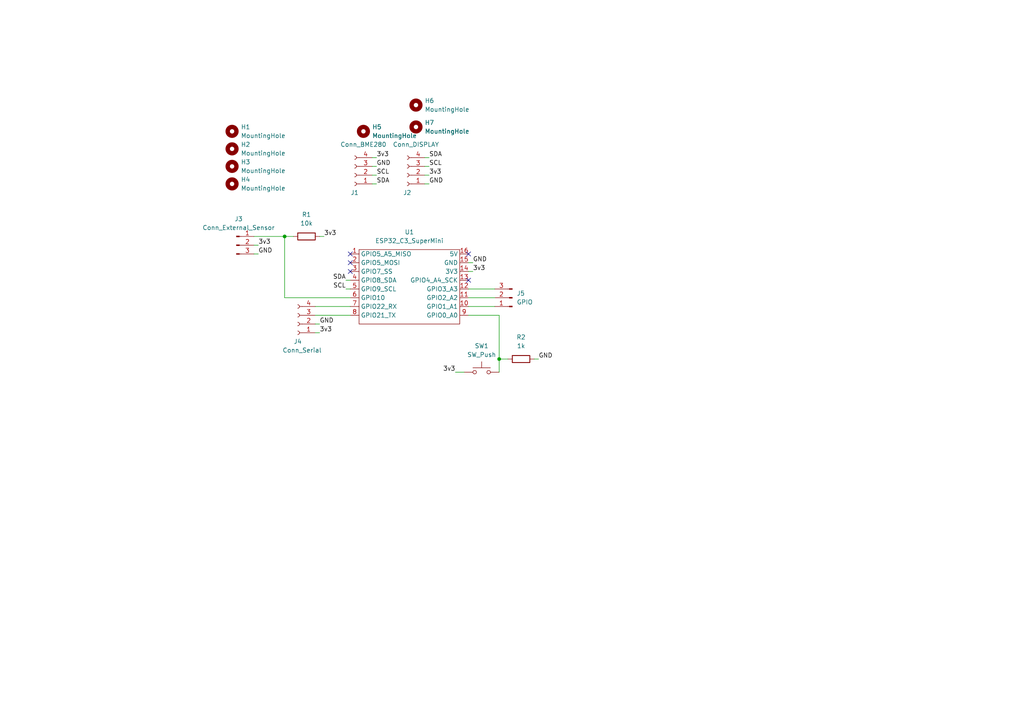
<source format=kicad_sch>
(kicad_sch (version 20211123) (generator eeschema)
  (paper "A4")
  (lib_symbols
    (symbol "Connector:Conn_01x03_Male" (pin_names (offset 1.016) hide)
      (property "Reference" "J" (at 0 5.08 0))
      (property "Value" "Conn_01x03_Male" (at 0 -5.08 0))
      (symbol "Conn_01x03_Male_1_1"
        (polyline (pts (xy 1.27 -2.54) (xy 0.8636 -2.54)) (stroke (width 0.1524)))
        (polyline (pts (xy 1.27 0) (xy 0.8636 0)) (stroke (width 0.1524)))
        (polyline (pts (xy 1.27 2.54) (xy 0.8636 2.54)) (stroke (width 0.1524)))
        (rectangle (start 0.8636 -2.413) (end 0 -2.667) (stroke (width 0.1524)) (fill (type outline)))
        (rectangle (start 0.8636 0.127) (end 0 -0.127) (stroke (width 0.1524)) (fill (type outline)))
        (rectangle (start 0.8636 2.667) (end 0 2.413) (stroke (width 0.1524)) (fill (type outline)))
        (pin passive line (at 5.08 2.54 180) (length 3.81) (name "Pin_1") (number "1"))
        (pin passive line (at 5.08 0 180) (length 3.81) (name "Pin_2") (number "2"))
        (pin passive line (at 5.08 -2.54 180) (length 3.81) (name "Pin_3") (number "3"))
      )
    )
    (symbol "Connector:Conn_01x04_Female" (pin_names (offset 1.016) hide)
      (property "Reference" "J" (at 0 5.08 0))
      (property "Value" "Conn_01x04_Female" (at 0 -7.62 0))
      (symbol "Conn_01x04_Female_1_1"
        (arc (start 0 -4.572) (mid -0.508 -5.08) (end 0 -5.588) (stroke (width 0.1524)))
        (arc (start 0 -2.032) (mid -0.508 -2.54) (end 0 -3.048) (stroke (width 0.1524)))
        (polyline (pts (xy -1.27 -5.08) (xy -0.508 -5.08)) (stroke (width 0.1524)))
        (polyline (pts (xy -1.27 -2.54) (xy -0.508 -2.54)) (stroke (width 0.1524)))
        (polyline (pts (xy -1.27 0) (xy -0.508 0)) (stroke (width 0.1524)))
        (polyline (pts (xy -1.27 2.54) (xy -0.508 2.54)) (stroke (width 0.1524)))
        (arc (start 0 0.508) (mid -0.508 0) (end 0 -0.508) (stroke (width 0.1524)))
        (arc (start 0 3.048) (mid -0.508 2.54) (end 0 2.032) (stroke (width 0.1524)))
        (pin passive line (at -5.08 2.54 0) (length 3.81) (name "Pin_1") (number "1"))
        (pin passive line (at -5.08 0 0) (length 3.81) (name "Pin_2") (number "2"))
        (pin passive line (at -5.08 -2.54 0) (length 3.81) (name "Pin_3") (number "3"))
        (pin passive line (at -5.08 -5.08 0) (length 3.81) (name "Pin_4") (number "4"))
      )
    )
    (symbol "Device:R" (pin_numbers hide) (pin_names (offset 0))
      (property "Reference" "R" (at 2.032 0 90))
      (property "Value" "R" (at 0 0 90))
      (symbol "R_0_1"
        (rectangle (start -1.016 -2.54) (end 1.016 2.54) (stroke (width 0.254)))
      )
      (symbol "R_1_1"
        (pin passive line (at 0 3.81 270) (length 1.27) (name "~") (number "1"))
        (pin passive line (at 0 -3.81 90) (length 1.27) (name "~") (number "2"))
      )
    )
    (symbol "Mechanical:MountingHole" (pin_names (offset 1.016))
      (property "Reference" "H" (at 0 5.08 0))
      (property "Value" "MountingHole" (at 0 3.175 0))
      (symbol "MountingHole_0_1"
        (circle (center 0 0) (radius 1.27) (stroke (width 1.27)))
      )
    )
    (symbol "Switch:SW_Push" (pin_numbers hide) (pin_names (offset 1.016) hide)
      (property "Reference" "SW" (at 1.27 2.54 0))
      (property "Value" "SW_Push" (at 0 -1.524 0))
      (symbol "SW_Push_0_1"
        (circle (center -2.032 0) (radius 0.508))
        (polyline (pts (xy 0 1.27) (xy 0 3.048)))
        (polyline (pts (xy 2.54 1.27) (xy -2.54 1.27)))
        (circle (center 2.032 0) (radius 0.508))
        (pin passive line (at -5.08 0 0) (length 2.54) (name "1") (number "1"))
        (pin passive line (at 5.08 0 180) (length 2.54) (name "2") (number "2"))
      )
    )
    (symbol "aguilar_lib:ESP32_C3_SuperMini"
      (property "Reference" "U" (at -7.62 -22.86 0))
      (property "Value" "ESP32_C3_SuperMini" (at 1.27 2.54 0))
      (symbol "ESP32_C3_SuperMini_0_1"
        (rectangle (start -8.89 0) (end 20.32 -21.59))
      )
      (symbol "ESP32_C3_SuperMini_1_1"
        (pin bidirectional line (at -11.43 -1.27 0) (length 2.54) (name "GPIO5_A5_MISO") (number "1"))
        (pin bidirectional line (at 22.86 -16.51 180) (length 2.54) (name "GPIO1_A1") (number "10"))
        (pin bidirectional line (at 22.86 -13.97 180) (length 2.54) (name "GPIO2_A2") (number "11"))
        (pin bidirectional line (at 22.86 -11.43 180) (length 2.54) (name "GPIO3_A3") (number "12"))
        (pin bidirectional line (at 22.86 -8.89 180) (length 2.54) (name "GPIO4_A4_SCK") (number "13"))
        (pin power_out line (at 22.86 -6.35 180) (length 2.54) (name "3V3") (number "14"))
        (pin power_in line (at 22.86 -3.81 180) (length 2.54) (name "GND") (number "15"))
        (pin power_in line (at 22.86 -1.27 180) (length 2.54) (name "5V") (number "16"))
        (pin bidirectional line (at -11.43 -3.81 0) (length 2.54) (name "GPIO5_MOSI") (number "2"))
        (pin bidirectional line (at -11.43 -6.35 0) (length 2.54) (name "GPIO7_SS") (number "3"))
        (pin bidirectional line (at -11.43 -8.89 0) (length 2.54) (name "GPIO8_SDA") (number "4"))
        (pin bidirectional line (at -11.43 -11.43 0) (length 2.54) (name "GPIO9_SCL") (number "5"))
        (pin bidirectional line (at -11.43 -13.97 0) (length 2.54) (name "GPIO10") (number "6"))
        (pin output line (at -11.43 -16.51 0) (length 2.54) (name "GPIO22_RX") (number "7"))
        (pin bidirectional line (at -11.43 -19.05 0) (length 2.54) (name "GPIO21_TX") (number "8"))
        (pin bidirectional line (at 22.86 -19.05 180) (length 2.54) (name "GPIO0_A0") (number "9"))
      )
    )
  )
  (junction (at 144.78 104.14))
  (junction (at 82.55 68.58))
  (no_connect (at 101.6 73.66))
  (no_connect (at 101.6 76.2))
  (no_connect (at 101.6 78.74))
  (no_connect (at 135.89 81.28))
  (no_connect (at 135.89 73.66))
  (wire (pts (xy 132.08 107.95) (xy 134.62 107.95)))
  (wire (pts (xy 123.19 48.26) (xy 124.46 48.26)))
  (wire (pts (xy 82.55 68.58) (xy 82.55 86.36)))
  (wire (pts (xy 144.78 107.95) (xy 144.78 104.14)))
  (wire (pts (xy 73.66 68.58) (xy 82.55 68.58)))
  (wire (pts (xy 144.78 104.14) (xy 144.78 91.44)))
  (wire (pts (xy 107.95 48.26) (xy 109.22 48.26)))
  (wire (pts (xy 107.95 53.34) (xy 109.22 53.34)))
  (wire (pts (xy 73.66 73.66) (xy 74.93 73.66)))
  (wire (pts (xy 82.55 68.58) (xy 85.09 68.58)))
  (wire (pts (xy 123.19 50.8) (xy 124.46 50.8)))
  (wire (pts (xy 82.55 86.36) (xy 101.6 86.36)))
  (wire (pts (xy 100.33 83.82) (xy 101.6 83.82)))
  (wire (pts (xy 109.22 45.72) (xy 107.95 45.72)))
  (wire (pts (xy 135.89 88.9) (xy 143.51 88.9)))
  (wire (pts (xy 91.44 88.9) (xy 101.6 88.9)))
  (wire (pts (xy 135.89 83.82) (xy 143.51 83.82)))
  (wire (pts (xy 100.33 81.28) (xy 101.6 81.28)))
  (wire (pts (xy 91.44 91.44) (xy 101.6 91.44)))
  (wire (pts (xy 135.89 76.2) (xy 137.16 76.2)))
  (wire (pts (xy 92.71 68.58) (xy 93.98 68.58)))
  (wire (pts (xy 91.44 93.98) (xy 92.71 93.98)))
  (wire (pts (xy 123.19 53.34) (xy 124.46 53.34)))
  (wire (pts (xy 123.19 45.72) (xy 124.46 45.72)))
  (wire (pts (xy 137.16 78.74) (xy 135.89 78.74)))
  (wire (pts (xy 135.89 86.36) (xy 143.51 86.36)))
  (wire (pts (xy 144.78 104.14) (xy 147.32 104.14)))
  (wire (pts (xy 73.66 71.12) (xy 74.93 71.12)))
  (wire (pts (xy 144.78 91.44) (xy 135.89 91.44)))
  (wire (pts (xy 91.44 96.52) (xy 92.71 96.52)))
  (wire (pts (xy 154.94 104.14) (xy 156.21 104.14)))
  (wire (pts (xy 107.95 50.8) (xy 109.22 50.8)))
  (label "3v3" (at 93.98 68.58 0))
  (label "GND" (at 74.93 73.66 0))
  (label "GND" (at 156.21 104.14 0))
  (label "3v3" (at 137.16 78.74 0))
  (label "SDA" (at 124.46 45.72 0))
  (label "3v3" (at 132.08 107.95 180))
  (label "SDA" (at 109.22 53.34 0))
  (label "SDA" (at 100.33 81.28 180))
  (label "GND" (at 137.16 76.2 0))
  (label "3v3" (at 74.93 71.12 0))
  (label "3v3" (at 124.46 50.8 0))
  (label "GND" (at 124.46 53.34 0))
  (label "3v3" (at 109.22 45.72 0))
  (label "SCL" (at 109.22 50.8 0))
  (label "GND" (at 109.22 48.26 0))
  (label "SCL" (at 124.46 48.26 0))
  (label "3v3" (at 92.71 96.52 0))
  (label "SCL" (at 100.33 83.82 180))
  (label "GND" (at 92.71 93.98 0))
  (symbol (lib_id "Mechanical:MountingHole") (at 67.31 53.34 0) (unit 1)
    (property "Reference" "H4" (at 69.85 52.0699 0) (effects (justify left)))
    (property "Value" "MountingHole" (at 69.85 54.6099 0) (effects (justify left)))
    (property "Footprint" "MountingHole:MountingHole_3.2mm_M3" (effects hide))
  )
  (symbol (lib_id "Device:R") (at 88.9 68.58 270) (unit 1)
    (property "Reference" "R1" (at 88.9 62.23 90))
    (property "Value" "10k" (at 88.9 64.77 90))
    (property "Footprint" "Resistor_THT:R_Axial_DIN0207_L6.3mm_D2.5mm_P10.16mm_Horizontal" (effects hide))
  )
  (symbol (lib_id "Device:R") (at 151.13 104.14 270) (unit 1)
    (property "Reference" "R2" (at 151.13 97.79 90))
    (property "Value" "1k" (at 151.13 100.33 90))
    (property "Footprint" "Resistor_THT:R_Axial_DIN0207_L6.3mm_D2.5mm_P10.16mm_Horizontal" (effects hide))
  )
  (symbol (lib_id "aguilar_lib:ESP32_C3_SuperMini") (at 113.03 72.39 0) (unit 1)
    (property "Reference" "U1" (at 118.745 67.31 0))
    (property "Value" "ESP32_C3_SuperMini" (at 118.745 69.85 0))
    (property "Footprint" "aguilar_lib:ESP32_C3_SuperMini" (effects hide))
  )
  (symbol (lib_id "Mechanical:MountingHole") (at 67.31 43.18 0) (unit 1)
    (property "Reference" "H2" (at 69.85 41.9099 0) (effects (justify left)))
    (property "Value" "MountingHole" (at 69.85 44.4499 0) (effects (justify left)))
    (property "Footprint" "MountingHole:MountingHole_3.2mm_M3" (effects hide))
  )
  (symbol (lib_id "Mechanical:MountingHole") (at 120.65 36.83 0) (unit 1)
    (property "Reference" "H7" (at 123.19 35.5599 0) (effects (justify left)))
    (property "Value" "MountingHole" (at 123.19 38.0999 0) (effects (justify left)))
    (property "Footprint" "MountingHole:MountingHole_3.5mm" (effects hide))
  )
  (symbol (lib_id "Connector:Conn_01x04_Female") (at 102.87 50.8 180) (unit 1)
    (property "Reference" "J1" (at 102.87 55.88 0))
    (property "Value" "Conn_BME280" (at 105.41 41.91 0))
    (property "Footprint" "Connector_PinHeader_2.54mm:PinHeader_1x04_P2.54mm_Vertical" (effects hide))
  )
  (symbol (lib_id "Mechanical:MountingHole") (at 67.31 48.26 0) (unit 1)
    (property "Reference" "H3" (at 69.85 46.9899 0) (effects (justify left)))
    (property "Value" "MountingHole" (at 69.85 49.5299 0) (effects (justify left)))
    (property "Footprint" "MountingHole:MountingHole_3.2mm_M3" (effects hide))
  )
  (symbol (lib_id "Connector:Conn_01x03_Male") (at 68.58 71.12 0) (unit 1)
    (property "Reference" "J3" (at 69.215 63.5 0))
    (property "Value" "Conn_External_Sensor" (at 69.215 66.04 0))
    (property "Footprint" "Connector_PinHeader_2.54mm:PinHeader_1x03_P2.54mm_Horizontal" (effects hide))
  )
  (symbol (lib_id "Switch:SW_Push") (at 139.7 107.95 0) (unit 1)
    (property "Reference" "SW1" (at 139.7 100.33 0))
    (property "Value" "SW_Push" (at 139.7 102.87 0))
    (property "Footprint" "Button_Switch_THT:SW_PUSH_6mm" (effects hide))
  )
  (symbol (lib_id "Mechanical:MountingHole") (at 120.65 30.48 0) (unit 1)
    (property "Reference" "H6" (at 123.19 29.2099 0) (effects (justify left)))
    (property "Value" "MountingHole" (at 123.19 31.7499 0) (effects (justify left)))
    (property "Footprint" "MountingHole:MountingHole_3.5mm" (effects hide))
  )
  (symbol (lib_id "Mechanical:MountingHole") (at 67.31 38.1 0) (unit 1)
    (property "Reference" "H1" (at 69.85 36.8299 0) (effects (justify left)))
    (property "Value" "MountingHole" (at 69.85 39.3699 0) (effects (justify left)))
    (property "Footprint" "MountingHole:MountingHole_3.2mm_M3" (effects hide))
  )
  (symbol (lib_id "Connector:Conn_01x04_Female") (at 118.11 50.8 180) (unit 1)
    (property "Reference" "J2" (at 118.11 55.88 0))
    (property "Value" "Conn_DISPLAY" (at 120.65 41.91 0))
    (property "Footprint" "Connector_PinHeader_2.54mm:PinHeader_1x04_P2.54mm_Vertical" (effects hide))
  )
  (symbol (lib_id "Connector:Conn_01x03_Male") (at 148.59 86.36 180) (unit 1)
    (property "Reference" "J5" (at 149.86 85.0899 0) (effects (justify right)))
    (property "Value" "GPIO" (at 149.86 87.6299 0) (effects (justify right)))
    (property "Footprint" "Connector_PinHeader_2.54mm:PinHeader_1x03_P2.54mm_Horizontal" (effects hide))
  )
  (symbol (lib_id "Connector:Conn_01x04_Female") (at 86.36 93.98 180) (unit 1)
    (property "Reference" "J4" (at 86.36 99.06 0))
    (property "Value" "Conn_Serial" (at 87.63 101.6 0))
    (property "Footprint" "Connector_PinHeader_2.54mm:PinHeader_1x04_P2.54mm_Horizontal" (effects hide))
  )
  (symbol (lib_id "Mechanical:MountingHole") (at 105.41 38.1 0) (unit 1)
    (property "Reference" "H5" (at 107.95 36.8299 0) (effects (justify left)))
    (property "Value" "MountingHole" (at 107.95 39.3699 0) (effects (justify left)))
    (property "Footprint" "MountingHole:MountingHole_3.5mm" (effects hide))
  )
)
</source>
